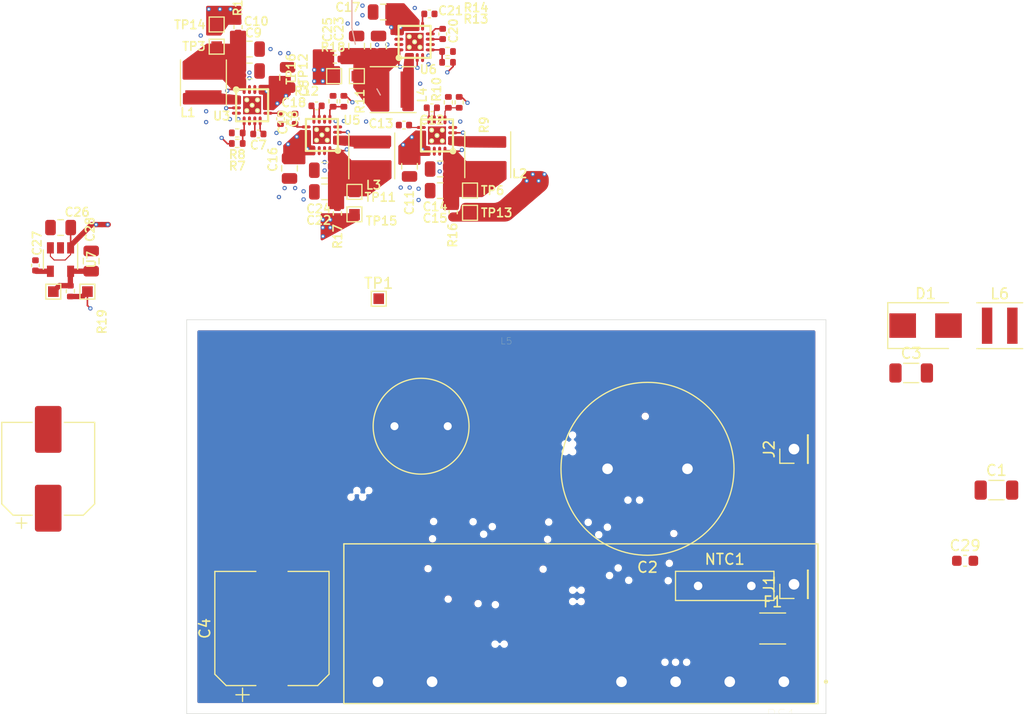
<source format=kicad_pcb>
(kicad_pcb (version 20171130) (host pcbnew 5.1.10-1.fc33)
  (layers (0 F.Cu signal) (1 In1.Cu signal) (2 In2.Cu signal) (31 B.Cu signal) (34 B.Paste user hide) (35 F.Paste user) (36 B.SilkS user hide) (37 F.SilkS user hide) (38 B.Mask user hide) (39 F.Mask user hide) (44 Edge.Cuts user))
  (net 0 "")
  (net 1 +1V35)
  (net 2 GND)
  (net 3 +2V5)
  (net 4 +1V1)
  (net 5 +3V0)
  (net 6 +3V3)
  (net 7 +5V)
  (net 8 "Net-(C7-Pad2)")
  (net 9 "Net-(C7-Pad1)")
  (net 10 "Net-(C8-Pad1)")
  (net 11 "Net-(C10-Pad1)")
  (net 12 "Net-(C12-Pad2)")
  (net 13 "Net-(C12-Pad1)")
  (net 14 "Net-(C13-Pad1)")
  (net 15 "Net-(C14-Pad1)")
  (net 16 "Net-(C18-Pad2)")
  (net 17 "Net-(C18-Pad1)")
  (net 18 "Net-(C19-Pad1)")
  (net 19 "Net-(C20-Pad2)")
  (net 20 "Net-(C20-Pad1)")
  (net 21 "Net-(C21-Pad1)")
  (net 22 "Net-(C22-Pad1)")
  (net 23 "Net-(C23-Pad1)")
  (net 24 "Net-(L1-Pad1)")
  (net 25 "Net-(L2-Pad1)")
  (net 26 "Net-(L3-Pad1)")
  (net 27 "Net-(L4-Pad1)")
  (net 28 "Net-(R7-Pad2)")
  (net 29 "Net-(R10-Pad1)")
  (net 30 "Net-(R11-Pad2)")
  (net 31 "Net-(R13-Pad2)")
  (net 32 "Net-(C27-Pad1)")
  (net 33 "Net-(C28-Pad1)")
  (net 34 /AC_N)
  (net 35 "Net-(C1-Pad1)")
  (net 36 "Net-(C2-Pad2)")
  (net 37 "Net-(C2-Pad1)")
  (net 38 /AC_L)
  (net 39 "Net-(F1-Pad1)")
  (net 40 "Net-(C4-Pad1)")
  (net 41 "Net-(L5-Pad2)")
  (module Bourns:RLB9012 (layer F.Cu) (at 122 143)
    (fp_text reference L5 (at 8 -8) (layer F.SilkS) (effects (font (size 0.64 0.64) (thickness 0.015))))
    (fp_text value 1.2mH)
    (pad 2 thru_hole circle (at 2.5 0) (size 1.5 1.5) (drill 0.75) (layers *.Cu *.Mask) (net 41 "Net-(L5-Pad2)"))
    (pad 1 thru_hole circle (at -2.5 0) (size 1.5 1.5) (drill 0.75) (layers *.Cu *.Mask) (net 35 "Net-(C1-Pad1)"))
  )
  (module Inductor_SMD:L_Coilcraft_XxL4020 (layer F.Cu) (at 176.31 133.56)
    (fp_text reference L6 (at 0 -3) (layer F.SilkS))
    (fp_text value 2.2uH)
    (pad 2 smd rect (at 1.185 0) (size 0.98 3.4) (layers F.Cu F.Paste F.Mask) (net 7 +5V))
    (pad 1 smd rect (at -1.185 0) (size 0.98 3.4) (layers F.Cu F.Paste F.Mask) (net 40 "Net-(C4-Pad1)"))
  )
  (module Diode_SMD:D_SMB (layer F.Cu) (at 169.35 133.55)
    (fp_text reference D1 (at 0 -3) (layer F.SilkS))
    (fp_text value SMBJ7.0A)
    (pad 2 smd rect (at 2.15 0) (size 2.5 2.3) (layers F.Cu F.Paste F.Mask) (net 2 GND))
    (pad 1 smd rect (at -2.15 0) (size 2.5 2.3) (layers F.Cu F.Paste F.Mask) (net 7 +5V))
  )
  (module Capacitor_SMD:C_1206_3216Metric (layer F.Cu) (at 168 138)
    (fp_text reference C3 (at 0 -1.85) (layer F.SilkS))
    (fp_text value 2.2nF)
    (pad 2 smd roundrect (at 1.475 0) (size 1.15 1.8) (layers F.Cu F.Paste F.Mask) (roundrect_rratio 0.217391) (net 36 "Net-(C2-Pad2)"))
    (pad 1 smd roundrect (at -1.475 0) (size 1.15 1.8) (layers F.Cu F.Paste F.Mask) (roundrect_rratio 0.217391) (net 2 GND))
  )
  (module Connector_PinHeader_2.54mm:PinHeader_1x01_P2.54mm_Vertical (layer F.Cu) (at 157 145.15 90)
    (fp_text reference J2 (at 0 -2.33 90) (layer F.SilkS))
    (fp_text value Conn_01x01_Female)
    (pad 1 thru_hole rect (at 0 0 90) (size 1.7 1.7) (drill 1) (layers *.Cu *.Mask) (net 34 /AC_N))
  )
  (module Connector_PinHeader_2.54mm:PinHeader_1x01_P2.54mm_Vertical (layer F.Cu) (at 157 157.85 90)
    (fp_text reference J1 (at 0 -2.33 90) (layer F.SilkS))
    (fp_text value Conn_01x01_Female)
    (pad 1 thru_hole rect (at 0 0 90) (size 1.7 1.7) (drill 1) (layers *.Cu *.Mask) (net 38 /AC_L))
  )
  (module Capacitor_SMD:CP_Elec_10x12.5 (layer F.Cu) (at 108 162 90)
    (fp_text reference C4 (at 0 -6.3 90) (layer F.SilkS))
    (fp_text value 470uF)
    (pad 2 smd roundrect (at 4.2 0 90) (size 4.4 2.5) (layers F.Cu F.Paste F.Mask) (roundrect_rratio 0.1) (net 2 GND))
    (pad 1 smd roundrect (at -4.2 0 90) (size 4.4 2.5) (layers F.Cu F.Paste F.Mask) (roundrect_rratio 0.1) (net 40 "Net-(C4-Pad1)"))
  )
  (module Capacitor_SMD:CP_Elec_8x10.5 (layer F.Cu) (at 87 147 90)
    (fp_text reference C5 (at 0 -5.3 90) (layer F.SilkS))
    (fp_text value 220uF)
    (pad 2 smd roundrect (at 3.7 0 90) (size 4.4 2.5) (layers F.Cu F.Paste F.Mask) (roundrect_rratio 0.1) (net 2 GND))
    (pad 1 smd roundrect (at -3.7 0 90) (size 4.4 2.5) (layers F.Cu F.Paste F.Mask) (roundrect_rratio 0.1) (net 7 +5V))
  )
  (module Capacitor_THT:C_Radial_D16.0mm_H25.0mm_P7.50mm (layer F.Cu) (at 147 147 180)
    (fp_text reference C2 (at 3.75 -9.25) (layer F.SilkS))
    (fp_text value 33uF)
    (pad 2 thru_hole circle (at 7.5 0 180) (size 2 2) (drill 1) (layers *.Cu *.Mask) (net 36 "Net-(C2-Pad2)"))
    (pad 1 thru_hole circle (at 0 0 180) (size 2 2) (drill 1) (layers *.Cu *.Mask) (net 37 "Net-(C2-Pad1)"))
  )
  (module Capacitor_THT:C_Disc_D9.0mm_W2.5mm_P5.00mm (layer F.Cu) (at 148 158)
    (fp_text reference NTC1 (at 2.5 -2.5) (layer F.SilkS))
    (fp_text value 10R)
    (pad 2 thru_hole circle (at 5 0) (size 1.6 1.6) (drill 0.8) (layers *.Cu *.Mask) (net 39 "Net-(F1-Pad1)"))
    (pad 1 thru_hole circle (at 0 0) (size 1.6 1.6) (drill 0.8) (layers *.Cu *.Mask) (net 35 "Net-(C1-Pad1)"))
  )
  (module Fuse:Fuse_Littelfuse-NANO2-451_453 (layer F.Cu) (at 155 162)
    (fp_text reference F1 (at 0 -2.5 unlocked) (layer F.SilkS))
    (fp_text value "1A/300V Slow")
    (pad 2 smd rect (at 2.455 0) (size 1.96 3.15) (layers F.Cu F.Paste F.Mask) (net 38 /AC_L))
    (pad 1 smd rect (at -2.455 0) (size 1.96 3.15) (layers F.Cu F.Paste F.Mask) (net 39 "Net-(F1-Pad1)"))
  )
  (module Capacitor_SMD:C_0603_1608Metric (layer F.Cu) (at 173.06 155.64)
    (fp_text reference C29 (at 0 -1.43) (layer F.SilkS))
    (fp_text value 0.1uF)
    (pad 2 smd roundrect (at 0.775 0) (size 0.9 0.95) (layers F.Cu F.Paste F.Mask) (net 2 GND))
    (pad 1 smd roundrect (at -0.775 0) (size 0.9 0.95) (layers F.Cu F.Paste F.Mask) (net 7 +5V))
  )
  (module Capacitor_SMD:C_1206_3216Metric (layer F.Cu) (at 176 149)
    (fp_text reference C1 (at 0 -1.85) (layer F.SilkS))
    (fp_text value 0.1uF)
    (pad 2 smd roundrect (at 1.475 0) (size 1.15 1.8) (layers F.Cu F.Paste F.Mask) (roundrect_rratio 0.217391) (net 34 /AC_N))
    (pad 1 smd roundrect (at -1.475 0) (size 1.15 1.8) (layers F.Cu F.Paste F.Mask) (roundrect_rratio 0.217391) (net 35 "Net-(C1-Pad1)"))
  )
  (module CUI:CONV_PBO-15C-5 (layer F.Cu) (at 137 167 180)
    (fp_text reference PS1 (at -18.825 -3.115) (layer F.SilkS) (effects (font (thickness 0.015))))
    (fp_text value PBO-15C-5)
    (pad 16 thru_hole circle (at 19.05 0 180) (size 1.508 1.508) (drill 1) (layers *.Cu *.Mask) (net 40 "Net-(C4-Pad1)"))
    (pad 14 thru_hole circle (at 13.97 0 180) (size 1.508 1.508) (drill 1) (layers *.Cu *.Mask) (net 2 GND))
    (pad 7 thru_hole circle (at -3.81 0 180) (size 1.508 1.508) (drill 1) (layers *.Cu *.Mask) (net 36 "Net-(C2-Pad2)"))
    (pad 5 thru_hole circle (at -8.89 0 180) (size 1.508 1.508) (drill 1) (layers *.Cu *.Mask) (net 37 "Net-(C2-Pad1)"))
    (pad 3 thru_hole circle (at -13.97 0 180) (size 1.508 1.508) (drill 1) (layers *.Cu *.Mask) (net 41 "Net-(L5-Pad2)"))
    (pad 1 thru_hole rect (at -19.05 0 180) (size 1.508 1.508) (drill 1) (layers *.Cu *.Mask) (net 34 /AC_N))
  )
  (module TestPoint:TestPoint_Pad_1.0x1.0mm (layer F.Cu) (at 118.025001 131.025001)
    (fp_text reference TP1 (at 0 -1.448) (layer F.SilkS))
    (fp_text value TestPoint)
    (pad 1 smd rect (at 0 0) (size 1 1) (layers F.Cu F.Mask) (net 7 +5V))
  )
  (module Capacitor_SMD:C_0805_2012Metric (layer F.Cu) (at 91.03504 127.48984 90)
    (fp_text reference C28 (at 2.9718 -0.1016 90) (layer F.SilkS) (effects (font (size 0.8 0.8))))
    (fp_text value 10uF)
    (pad 2 smd roundrect (at 0.95 0 90) (size 1 1.45) (layers F.Cu F.Paste F.Mask) (net 2 GND))
    (pad 1 smd roundrect (at -0.95 0 90) (size 1 1.45) (layers F.Cu F.Paste F.Mask) (net 33 "Net-(C28-Pad1)"))
  )
  (module Capacitor_SMD:C_0805_2012Metric (layer F.Cu) (at 88.16484 124.34024 180)
    (fp_text reference C26 (at -1.55448 1.4478) (layer F.SilkS) (effects (font (size 0.8 0.8))))
    (fp_text value 10uF)
    (pad 2 smd roundrect (at 0.95 0 180) (size 1 1.45) (layers F.Cu F.Paste F.Mask) (net 2 GND))
    (pad 1 smd roundrect (at -0.95 0 180) (size 1 1.45) (layers F.Cu F.Paste F.Mask) (net 6 +3V3))
  )
  (module Capacitor_SMD:C_0805_2012Metric (layer F.Cu) (at 115.94744 107.29744 90)
    (fp_text reference C25 (at 1.5494 -2.7305 90) (layer F.SilkS) (effects (font (size 0.8 0.8))))
    (fp_text value 22uF)
    (pad 2 smd roundrect (at 0.95 0 90) (size 1 1.45) (layers F.Cu F.Paste F.Mask) (net 2 GND))
    (pad 1 smd roundrect (at -0.95 0 90) (size 1 1.45) (layers F.Cu F.Paste F.Mask) (net 23 "Net-(C23-Pad1)"))
  )
  (module Capacitor_SMD:C_0805_2012Metric (layer F.Cu) (at 112.92484 118.95604 180)
    (fp_text reference C24 (at 0.5334 -3.6195) (layer F.SilkS) (effects (font (size 0.8 0.8))))
    (fp_text value 22uF)
    (pad 2 smd roundrect (at 0.95 0 180) (size 1 1.45) (layers F.Cu F.Paste F.Mask) (net 2 GND))
    (pad 1 smd roundrect (at -0.95 0 180) (size 1 1.45) (layers F.Cu F.Paste F.Mask) (net 22 "Net-(C22-Pad1)"))
  )
  (module Capacitor_SMD:C_0805_2012Metric (layer F.Cu) (at 118.00484 107.29744 90)
    (fp_text reference C23 (at 1.6129 -3.7084 90) (layer F.SilkS) (effects (font (size 0.8 0.8))))
    (fp_text value 22uF)
    (pad 2 smd roundrect (at 0.95 0 90) (size 1 1.45) (layers F.Cu F.Paste F.Mask) (net 2 GND))
    (pad 1 smd roundrect (at -0.95 0 90) (size 1 1.45) (layers F.Cu F.Paste F.Mask) (net 23 "Net-(C23-Pad1)"))
  )
  (module Capacitor_SMD:C_0805_2012Metric (layer F.Cu) (at 112.92992 120.98804 180)
    (fp_text reference C22 (at 0.53848 -2.667) (layer F.SilkS) (effects (font (size 0.8 0.8))))
    (fp_text value 22uF)
    (pad 2 smd roundrect (at 0.95 0 180) (size 1 1.45) (layers F.Cu F.Paste F.Mask) (net 2 GND))
    (pad 1 smd roundrect (at -0.95 0 180) (size 1 1.45) (layers F.Cu F.Paste F.Mask) (net 22 "Net-(C22-Pad1)"))
  )
  (module Capacitor_SMD:C_0805_2012Metric (layer F.Cu) (at 118.44684 104.09704 180)
    (fp_text reference C17 (at 3.3249 0.4445) (layer F.SilkS) (effects (font (size 0.8 0.8))))
    (fp_text value 22uF)
    (pad 2 smd roundrect (at 0.95 0 180) (size 1 1.45) (layers F.Cu F.Paste F.Mask) (net 2 GND))
    (pad 1 smd roundrect (at -0.95 0 180) (size 1 1.45) (layers F.Cu F.Paste F.Mask) (net 7 +5V))
  )
  (module Capacitor_SMD:C_0805_2012Metric (layer F.Cu) (at 109.64824 118.77824 270)
    (fp_text reference C16 (at -0.8382 1.5748 90) (layer F.SilkS) (effects (font (size 0.8 0.8))))
    (fp_text value 22uF)
    (pad 2 smd roundrect (at 0.95 0 270) (size 1 1.45) (layers F.Cu F.Paste F.Mask) (net 2 GND))
    (pad 1 smd roundrect (at -0.95 0 270) (size 1 1.45) (layers F.Cu F.Paste F.Mask) (net 7 +5V))
  )
  (module Capacitor_SMD:C_0805_2012Metric (layer F.Cu) (at 123.79604 120.87374 180)
    (fp_text reference C15 (at 0.4826 -2.5908) (layer F.SilkS) (effects (font (size 0.8 0.8))))
    (fp_text value 22uF)
    (pad 2 smd roundrect (at 0.95 0 180) (size 1 1.45) (layers F.Cu F.Paste F.Mask) (net 2 GND))
    (pad 1 smd roundrect (at -0.95 0 180) (size 1 1.45) (layers F.Cu F.Paste F.Mask) (net 15 "Net-(C14-Pad1)"))
  )
  (module Capacitor_SMD:C_0805_2012Metric (layer F.Cu) (at 123.79604 118.84174 180)
    (fp_text reference C14 (at 0.4826 -3.5433) (layer F.SilkS) (effects (font (size 0.8 0.8))))
    (fp_text value 22uF)
    (pad 2 smd roundrect (at 0.95 0 180) (size 1 1.45) (layers F.Cu F.Paste F.Mask) (net 2 GND))
    (pad 1 smd roundrect (at -0.95 0 180) (size 1 1.45) (layers F.Cu F.Paste F.Mask) (net 15 "Net-(C14-Pad1)"))
  )
  (module Capacitor_SMD:C_0805_2012Metric (layer F.Cu) (at 120.91314 118.58774 270)
    (fp_text reference C11 (at 3.4163 0.0127 90) (layer F.SilkS) (effects (font (size 0.8 0.8))))
    (fp_text value 22uF)
    (pad 2 smd roundrect (at 0.95 0 270) (size 1 1.45) (layers F.Cu F.Paste F.Mask) (net 2 GND))
    (pad 1 smd roundrect (at -0.95 0 270) (size 1 1.45) (layers F.Cu F.Paste F.Mask) (net 7 +5V))
  )
  (module Capacitor_SMD:C_0805_2012Metric (layer F.Cu) (at 105.8865 107.57684)
    (fp_text reference C10 (at 0.635 -2.6035) (layer F.SilkS) (effects (font (size 0.8 0.8))))
    (fp_text value 22uF)
    (pad 2 smd roundrect (at 0.95 0) (size 1 1.45) (layers F.Cu F.Paste F.Mask) (net 2 GND))
    (pad 1 smd roundrect (at -0.95 0) (size 1 1.45) (layers F.Cu F.Paste F.Mask) (net 11 "Net-(C10-Pad1)"))
  )
  (module Capacitor_SMD:C_0805_2012Metric (layer F.Cu) (at 105.8865 109.63424)
    (fp_text reference C9 (at 0.381 -3.5814) (layer F.SilkS) (effects (font (size 0.8 0.8))))
    (fp_text value 22uF)
    (pad 2 smd roundrect (at 0.95 0) (size 1 1.45) (layers F.Cu F.Paste F.Mask) (net 2 GND))
    (pad 1 smd roundrect (at -0.95 0) (size 1 1.45) (layers F.Cu F.Paste F.Mask) (net 11 "Net-(C10-Pad1)"))
  )
  (module Capacitor_SMD:C_0805_2012Metric (layer F.Cu) (at 109.4679 110.24384 90)
    (fp_text reference C6 (at -1.016 1.5621 90) (layer F.SilkS) (effects (font (size 0.8 0.8))))
    (fp_text value 22uF)
    (pad 2 smd roundrect (at 0.95 0 90) (size 1 1.45) (layers F.Cu F.Paste F.Mask) (net 2 GND))
    (pad 1 smd roundrect (at -0.95 0 90) (size 1 1.45) (layers F.Cu F.Paste F.Mask) (net 7 +5V))
  )
  (module Capacitor_SMD:C_0402_1005Metric (layer F.Cu) (at 85.80264 127.89624 90)
    (fp_text reference C27 (at 2.07772 0.15748 90) (layer F.SilkS) (effects (font (size 0.8 0.8))))
    (fp_text value 0.1uF)
    (pad 2 smd roundrect (at 0.48 0 90) (size 0.56 0.62) (layers F.Cu F.Paste F.Mask) (net 2 GND))
    (pad 1 smd roundrect (at -0.48 0 90) (size 0.56 0.62) (layers F.Cu F.Paste F.Mask) (net 32 "Net-(C27-Pad1)"))
  )
  (module Capacitor_SMD:C_0402_1005Metric (layer F.Cu) (at 122.77744 104.27484)
    (fp_text reference C21 (at 1.9965 -0.3048) (layer F.SilkS) (effects (font (size 0.8 0.8))))
    (fp_text value 5nF)
    (pad 2 smd roundrect (at 0.48 0) (size 0.56 0.62) (layers F.Cu F.Paste F.Mask) (net 2 GND))
    (pad 1 smd roundrect (at -0.48 0) (size 0.56 0.62) (layers F.Cu F.Paste F.Mask) (net 21 "Net-(C21-Pad1)"))
  )
  (module Capacitor_SMD:C_0402_1005Metric (layer F.Cu) (at 124.02464 106.15444 90)
    (fp_text reference C20 (at 0.28448 1.00584 90) (layer F.SilkS) (effects (font (size 0.8 0.8))))
    (fp_text value 10nF)
    (pad 2 smd roundrect (at 0.48 0 90) (size 0.56 0.62) (layers F.Cu F.Paste F.Mask) (net 19 "Net-(C20-Pad2)"))
    (pad 1 smd roundrect (at -0.48 0 90) (size 0.56 0.62) (layers F.Cu F.Paste F.Mask) (net 20 "Net-(C20-Pad1)"))
  )
  (module Capacitor_SMD:C_0402_1005Metric (layer F.Cu) (at 110.16894 114.13004 90)
    (fp_text reference C19 (at -0.3175 -1.143 90) (layer F.SilkS) (effects (font (size 0.8 0.8))))
    (fp_text value 5nF)
    (pad 2 smd roundrect (at 0.48 0 90) (size 0.56 0.62) (layers F.Cu F.Paste F.Mask) (net 2 GND))
    (pad 1 smd roundrect (at -0.48 0 90) (size 0.56 0.62) (layers F.Cu F.Paste F.Mask) (net 18 "Net-(C19-Pad1)"))
  )
  (module Capacitor_SMD:C_0402_1005Metric (layer F.Cu) (at 112.18824 112.91084 180)
    (fp_text reference C18 (at 2.1463 0.3048) (layer F.SilkS) (effects (font (size 0.8 0.8))))
    (fp_text value 10nF)
    (pad 2 smd roundrect (at 0.48 0 180) (size 0.56 0.62) (layers F.Cu F.Paste F.Mask) (net 16 "Net-(C18-Pad2)"))
    (pad 1 smd roundrect (at -0.48 0 180) (size 0.56 0.62) (layers F.Cu F.Paste F.Mask) (net 17 "Net-(C18-Pad1)"))
  )
  (module Capacitor_SMD:C_0402_1005Metric (layer F.Cu) (at 120.39244 114.71424 180)
    (fp_text reference C13 (at 2.159 0.1397) (layer F.SilkS) (effects (font (size 0.8 0.8))))
    (fp_text value 450pF)
    (pad 2 smd roundrect (at 0.48 0 180) (size 0.56 0.62) (layers F.Cu F.Paste F.Mask) (net 2 GND))
    (pad 1 smd roundrect (at -0.48 0 180) (size 0.56 0.62) (layers F.Cu F.Paste F.Mask) (net 14 "Net-(C13-Pad1)"))
  )
  (module Capacitor_SMD:C_0402_1005Metric (layer F.Cu) (at 123.00864 113.08864 180)
    (fp_text reference C12 (at 0 -1.16) (layer F.SilkS) (effects (font (size 0.8 0.8))))
    (fp_text value 10nF)
    (pad 2 smd roundrect (at 0.48 0 180) (size 0.56 0.62) (layers F.Cu F.Paste F.Mask) (net 12 "Net-(C12-Pad2)"))
    (pad 1 smd roundrect (at -0.48 0 180) (size 0.56 0.62) (layers F.Cu F.Paste F.Mask) (net 13 "Net-(C12-Pad1)"))
  )
  (module Capacitor_SMD:C_0402_1005Metric (layer F.Cu) (at 108.8075 114.13004 270)
    (fp_text reference C8 (at 0 -1.16 90) (layer F.SilkS) (effects (font (size 0.8 0.8))))
    (fp_text value 450pF)
    (pad 2 smd roundrect (at 0.48 0 270) (size 0.56 0.62) (layers F.Cu F.Paste F.Mask) (net 2 GND))
    (pad 1 smd roundrect (at -0.48 0 270) (size 0.56 0.62) (layers F.Cu F.Paste F.Mask) (net 10 "Net-(C8-Pad1)"))
  )
  (module Capacitor_SMD:C_0402_1005Metric (layer F.Cu) (at 106.7247 115.55244)
    (fp_text reference C7 (at 0 1.0414) (layer F.SilkS) (effects (font (size 0.8 0.8))))
    (fp_text value 10nF)
    (pad 2 smd roundrect (at 0.48 0) (size 0.56 0.62) (layers F.Cu F.Paste F.Mask) (net 8 "Net-(C7-Pad2)"))
    (pad 1 smd roundrect (at -0.48 0) (size 0.56 0.62) (layers F.Cu F.Paste F.Mask) (net 9 "Net-(C7-Pad1)"))
  )
  (module TestPoint:TestPoint_Pad_1.0x1.0mm (layer F.Cu) (at 90.67944 130.36004 270)
    (fp_text reference TP18 hide)
    (fp_text value TestPoint)
    (pad 1 smd rect (at 0 0 270) (size 1 1) (layers F.Cu F.Mask) (net 3 +2V5))
  )
  (module TestPoint:TestPoint_Pad_1.0x1.0mm (layer F.Cu) (at 87.47904 130.36004 270)
    (fp_text reference TP17 hide)
    (fp_text value TestPoint)
    (pad 1 smd rect (at 0 0 270) (size 1 1) (layers F.Cu F.Mask) (net 33 "Net-(C28-Pad1)"))
  )
  (module Resistor_SMD:R_0402_1005Metric (layer F.Cu) (at 89.07924 130.30924 90)
    (fp_text reference R19 (at -2.87528 2.9718 90) (layer F.SilkS) (effects (font (size 0.8 0.8))))
    (fp_text value 0R)
    (pad 2 smd roundrect (at 0.51 0 90) (size 0.54 0.64) (layers F.Cu F.Paste F.Mask) (net 33 "Net-(C28-Pad1)"))
    (pad 1 smd roundrect (at -0.51 0 90) (size 0.54 0.64) (layers F.Cu F.Paste F.Mask) (net 3 +2V5))
  )
  (module Package_TO_SOT_SMD:SOT-23-5 (layer F.Cu) (at 88.15468 127.3476 270)
    (fp_text reference U7 (at 0 -2.9 90) (layer F.SilkS) (effects (font (size 0.8 0.8))))
    (fp_text value AP131-25)
    (pad 5 smd rect (at 1.1 -0.95 270) (size 1.06 0.65) (layers F.Cu F.Paste F.Mask) (net 33 "Net-(C28-Pad1)"))
    (pad 4 smd rect (at 1.1 0.95 270) (size 1.06 0.65) (layers F.Cu F.Paste F.Mask) (net 32 "Net-(C27-Pad1)"))
    (pad 3 smd rect (at -1.1 0.95 270) (size 1.06 0.65) (layers F.Cu F.Paste F.Mask) (net 6 +3V3))
    (pad 2 smd rect (at -1.1 0 270) (size 1.06 0.65) (layers F.Cu F.Paste F.Mask) (net 2 GND))
    (pad 1 smd rect (at -1.1 -0.95 270) (size 1.06 0.65) (layers F.Cu F.Paste F.Mask) (net 6 +3V3))
  )
  (module TI:TI_RTE_S-PWQFN-N16 (layer F.Cu) (at 121.38812 106.9012 90)
    (fp_text reference U6 (at -2.59334 1.29032 180) (layer F.SilkS) (effects (font (size 0.8 0.8))))
    (fp_text value TPS62095RGTR hide)
    (pad 17 thru_hole circle (at 0.5 0.5 90) (size 0.45 0.45) (drill 0.2032) (layers *.Cu *.Mask F.SilkS) (net 2 GND))
    (pad 17 thru_hole circle (at -0.5 0.5 90) (size 0.45 0.45) (drill 0.2032) (layers *.Cu *.Mask F.SilkS) (net 2 GND))
    (pad 17 thru_hole circle (at 0 0 90) (size 0.45 0.45) (drill 0.2032) (layers *.Cu *.Mask F.SilkS) (net 2 GND))
    (pad 17 thru_hole circle (at 0.5 -0.5 90) (size 0.45 0.45) (drill 0.2032) (layers *.Cu *.Mask F.SilkS) (net 2 GND))
    (pad 17 thru_hole circle (at -0.5 -0.5 90) (size 0.45 0.45) (drill 0.2032) (layers *.Cu *.Mask F.SilkS) (net 2 GND))
    (pad 17 smd rect (at 0 0 90) (size 1.7 1.7) (layers F.Cu F.Paste F.Mask) (net 2 GND))
    (pad 16 smd oval (at -0.75 -1.47574) (size 0.85 0.28) (layers F.Cu F.Paste F.Mask) (net 23 "Net-(C23-Pad1)"))
    (pad 15 smd oval (at -0.25 -1.47574) (size 0.85 0.28) (layers F.Cu F.Paste F.Mask) (net 2 GND))
    (pad 14 smd oval (at 0.25 -1.47574) (size 0.85 0.28) (layers F.Cu F.Paste F.Mask) (net 2 GND))
    (pad 13 smd oval (at 0.75 -1.47574) (size 0.85 0.28) (layers F.Cu F.Paste F.Mask) (net 7 +5V))
    (pad 12 smd oval (at 1.47574 -0.75 270) (size 0.85 0.28) (layers F.Cu F.Paste F.Mask) (net 7 +5V))
    (pad 11 smd oval (at 1.47574 -0.25 270) (size 0.85 0.28) (layers F.Cu F.Paste F.Mask) (net 7 +5V))
    (pad 10 smd oval (at 1.47574 0.25 270) (size 0.85 0.28) (layers F.Cu F.Paste F.Mask) (net 7 +5V))
    (pad 9 smd oval (at 1.47574 0.75 270) (size 0.85 0.28) (layers F.Cu F.Paste F.Mask) (net 21 "Net-(C21-Pad1)"))
    (pad 8 smd oval (at 0.75 1.47574 180) (size 0.85 0.28) (layers F.Cu F.Paste F.Mask) (net 19 "Net-(C20-Pad2)"))
    (pad 7 smd oval (at 0.25 1.47574 180) (size 0.85 0.28) (layers F.Cu F.Paste F.Mask) (net 20 "Net-(C20-Pad1)"))
    (pad 6 smd oval (at -0.25 1.47574 180) (size 0.85 0.28) (layers F.Cu F.Paste F.Mask) (net 2 GND))
    (pad 5 smd oval (at -0.75 1.47574 180) (size 0.85 0.28) (layers F.Cu F.Paste F.Mask) (net 31 "Net-(R13-Pad2)"))
    (pad 4 smd oval (at -1.47574 0.75 90) (size 0.85 0.28) (layers F.Cu F.Paste F.Mask))
    (pad 3 smd oval (at -1.47574 0.25 90) (size 0.85 0.28) (layers F.Cu F.Paste F.Mask) (net 7 +5V))
    (pad 2 smd oval (at -1.47574 -0.25 90) (size 0.85 0.28) (layers F.Cu F.Paste F.Mask) (net 27 "Net-(L4-Pad1)"))
    (pad 1 smd oval (at -1.47574 -0.75 90) (size 0.85 0.28) (layers F.Cu F.Paste F.Mask) (net 27 "Net-(L4-Pad1)"))
  )
  (module TI:TI_RTE_S-PWQFN-N16 (layer F.Cu) (at 112.68862 115.63988 180)
    (fp_text reference U5 (at -2.81432 1.38284) (layer F.SilkS) (effects (font (size 0.8 0.8))))
    (fp_text value TPS62095RGTR hide)
    (pad 17 thru_hole circle (at 0.5 0.5 180) (size 0.45 0.45) (drill 0.2032) (layers *.Cu *.Mask F.SilkS) (net 2 GND))
    (pad 17 thru_hole circle (at -0.5 0.5 180) (size 0.45 0.45) (drill 0.2032) (layers *.Cu *.Mask F.SilkS) (net 2 GND))
    (pad 17 thru_hole circle (at 0 0 180) (size 0.45 0.45) (drill 0.2032) (layers *.Cu *.Mask F.SilkS) (net 2 GND))
    (pad 17 thru_hole circle (at 0.5 -0.5 180) (size 0.45 0.45) (drill 0.2032) (layers *.Cu *.Mask F.SilkS) (net 2 GND))
    (pad 17 thru_hole circle (at -0.5 -0.5 180) (size 0.45 0.45) (drill 0.2032) (layers *.Cu *.Mask F.SilkS) (net 2 GND))
    (pad 17 smd rect (at 0 0 180) (size 1.7 1.7) (layers F.Cu F.Paste F.Mask) (net 2 GND))
    (pad 16 smd oval (at -0.75 -1.47574 90) (size 0.85 0.28) (layers F.Cu F.Paste F.Mask) (net 22 "Net-(C22-Pad1)"))
    (pad 15 smd oval (at -0.25 -1.47574 90) (size 0.85 0.28) (layers F.Cu F.Paste F.Mask) (net 2 GND))
    (pad 14 smd oval (at 0.25 -1.47574 90) (size 0.85 0.28) (layers F.Cu F.Paste F.Mask) (net 2 GND))
    (pad 13 smd oval (at 0.75 -1.47574 90) (size 0.85 0.28) (layers F.Cu F.Paste F.Mask) (net 7 +5V))
    (pad 12 smd oval (at 1.47574 -0.75) (size 0.85 0.28) (layers F.Cu F.Paste F.Mask) (net 7 +5V))
    (pad 11 smd oval (at 1.47574 -0.25) (size 0.85 0.28) (layers F.Cu F.Paste F.Mask) (net 7 +5V))
    (pad 10 smd oval (at 1.47574 0.25) (size 0.85 0.28) (layers F.Cu F.Paste F.Mask) (net 7 +5V))
    (pad 9 smd oval (at 1.47574 0.75) (size 0.85 0.28) (layers F.Cu F.Paste F.Mask) (net 18 "Net-(C19-Pad1)"))
    (pad 8 smd oval (at 0.75 1.47574 270) (size 0.85 0.28) (layers F.Cu F.Paste F.Mask) (net 16 "Net-(C18-Pad2)"))
    (pad 7 smd oval (at 0.25 1.47574 270) (size 0.85 0.28) (layers F.Cu F.Paste F.Mask) (net 17 "Net-(C18-Pad1)"))
    (pad 6 smd oval (at -0.25 1.47574 270) (size 0.85 0.28) (layers F.Cu F.Paste F.Mask) (net 2 GND))
    (pad 5 smd oval (at -0.75 1.47574 270) (size 0.85 0.28) (layers F.Cu F.Paste F.Mask) (net 30 "Net-(R11-Pad2)"))
    (pad 4 smd oval (at -1.47574 0.75 180) (size 0.85 0.28) (layers F.Cu F.Paste F.Mask))
    (pad 3 smd oval (at -1.47574 0.25 180) (size 0.85 0.28) (layers F.Cu F.Paste F.Mask) (net 7 +5V))
    (pad 2 smd oval (at -1.47574 -0.25 180) (size 0.85 0.28) (layers F.Cu F.Paste F.Mask) (net 26 "Net-(L3-Pad1)"))
    (pad 1 smd oval (at -1.47574 -0.75 180) (size 0.85 0.28) (layers F.Cu F.Paste F.Mask) (net 26 "Net-(L3-Pad1)"))
  )
  (module TI:TI_RTE_S-PWQFN-N16 (layer F.Cu) (at 123.49124 115.69214 180)
    (fp_text reference U4 hide)
    (fp_text value TPS62095RGTR hide)
    (pad 17 thru_hole circle (at 0.5 0.5 180) (size 0.45 0.45) (drill 0.2032) (layers *.Cu *.Mask F.SilkS) (net 2 GND))
    (pad 17 thru_hole circle (at -0.5 0.5 180) (size 0.45 0.45) (drill 0.2032) (layers *.Cu *.Mask F.SilkS) (net 2 GND))
    (pad 17 thru_hole circle (at 0 0 180) (size 0.45 0.45) (drill 0.2032) (layers *.Cu *.Mask F.SilkS) (net 2 GND))
    (pad 17 thru_hole circle (at 0.5 -0.5 180) (size 0.45 0.45) (drill 0.2032) (layers *.Cu *.Mask F.SilkS) (net 2 GND))
    (pad 17 thru_hole circle (at -0.5 -0.5 180) (size 0.45 0.45) (drill 0.2032) (layers *.Cu *.Mask F.SilkS) (net 2 GND))
    (pad 17 smd rect (at 0 0 180) (size 1.7 1.7) (layers F.Cu F.Paste F.Mask) (net 2 GND))
    (pad 16 smd oval (at -0.75 -1.47574 90) (size 0.85 0.28) (layers F.Cu F.Paste F.Mask) (net 15 "Net-(C14-Pad1)"))
    (pad 15 smd oval (at -0.25 -1.47574 90) (size 0.85 0.28) (layers F.Cu F.Paste F.Mask) (net 2 GND))
    (pad 14 smd oval (at 0.25 -1.47574 90) (size 0.85 0.28) (layers F.Cu F.Paste F.Mask) (net 2 GND))
    (pad 13 smd oval (at 0.75 -1.47574 90) (size 0.85 0.28) (layers F.Cu F.Paste F.Mask) (net 7 +5V))
    (pad 12 smd oval (at 1.47574 -0.75) (size 0.85 0.28) (layers F.Cu F.Paste F.Mask) (net 7 +5V))
    (pad 11 smd oval (at 1.47574 -0.25) (size 0.85 0.28) (layers F.Cu F.Paste F.Mask) (net 7 +5V))
    (pad 10 smd oval (at 1.47574 0.25) (size 0.85 0.28) (layers F.Cu F.Paste F.Mask) (net 7 +5V))
    (pad 9 smd oval (at 1.47574 0.75) (size 0.85 0.28) (layers F.Cu F.Paste F.Mask) (net 14 "Net-(C13-Pad1)"))
    (pad 8 smd oval (at 0.75 1.47574 270) (size 0.85 0.28) (layers F.Cu F.Paste F.Mask) (net 12 "Net-(C12-Pad2)"))
    (pad 7 smd oval (at 0.25 1.47574 270) (size 0.85 0.28) (layers F.Cu F.Paste F.Mask) (net 13 "Net-(C12-Pad1)"))
    (pad 6 smd oval (at -0.25 1.47574 270) (size 0.85 0.28) (layers F.Cu F.Paste F.Mask) (net 2 GND))
    (pad 5 smd oval (at -0.75 1.47574 270) (size 0.85 0.28) (layers F.Cu F.Paste F.Mask) (net 29 "Net-(R10-Pad1)"))
    (pad 4 smd oval (at -1.47574 0.75 180) (size 0.85 0.28) (layers F.Cu F.Paste F.Mask))
    (pad 3 smd oval (at -1.47574 0.25 180) (size 0.85 0.28) (layers F.Cu F.Paste F.Mask) (net 7 +5V))
    (pad 2 smd oval (at -1.47574 -0.25 180) (size 0.85 0.28) (layers F.Cu F.Paste F.Mask) (net 25 "Net-(L2-Pad1)"))
    (pad 1 smd oval (at -1.47574 -0.75 180) (size 0.85 0.28) (layers F.Cu F.Paste F.Mask) (net 25 "Net-(L2-Pad1)"))
  )
  (module TestPoint:TestPoint_Pad_1.0x1.0mm (layer F.Cu) (at 113.83924 110.11684 90)
    (fp_text reference TP16 (at 0.66548 -4.05638 90) (layer F.SilkS) (effects (font (size 0.8 0.8))))
    (fp_text value TestPoint)
    (pad 1 smd rect (at 0 0 90) (size 1 1) (layers F.Cu F.Mask) (net 4 +1V1))
  )
  (module TestPoint:TestPoint_Pad_1.0x1.0mm (layer F.Cu) (at 115.74424 123.09624 180)
    (fp_text reference TP15 (at -2.5527 -0.6223) (layer F.SilkS) (effects (font (size 0.8 0.8))))
    (fp_text value TestPoint)
    (pad 1 smd rect (at 0 0 180) (size 1 1) (layers F.Cu F.Mask) (net 1 +1V35))
  )
  (module TestPoint:TestPoint_Pad_1.0x1.0mm (layer F.Cu) (at 102.8131 105.26544)
    (fp_text reference TP14 (at -2.5146 0.0254) (layer F.SilkS) (effects (font (size 0.8 0.8))))
    (fp_text value TestPoint)
    (pad 1 smd rect (at 0 0) (size 1 1) (layers F.Cu F.Mask) (net 6 +3V3))
  )
  (module TestPoint:TestPoint_Pad_1.0x1.0mm (layer F.Cu) (at 126.59004 122.95654 270)
    (fp_text reference TP13 (at 0 -2.5019 180) (layer F.SilkS) (effects (font (size 0.8 0.8))))
    (fp_text value TestPoint)
    (pad 1 smd rect (at 0 0 270) (size 1 1) (layers F.Cu F.Mask) (net 5 +3V0))
  )
  (module TestPoint:TestPoint_Pad_1.0x1.0mm (layer F.Cu) (at 115.97284 110.11684 90)
    (fp_text reference TP12 (at 0.66548 -5.04698 90) (layer F.SilkS) (effects (font (size 0.8 0.8))))
    (fp_text value TestPoint)
    (pad 1 smd rect (at 0 0 90) (size 1 1) (layers F.Cu F.Mask) (net 23 "Net-(C23-Pad1)"))
  )
  (module TestPoint:TestPoint_Pad_1.0x1.0mm (layer F.Cu) (at 115.74424 120.98804 180)
    (fp_text reference TP11 (at -2.4257 -0.508) (layer F.SilkS) (effects (font (size 0.8 0.8))))
    (fp_text value TestPoint)
    (pad 1 smd rect (at 0 0 180) (size 1 1) (layers F.Cu F.Mask) (net 22 "Net-(C22-Pad1)"))
  )
  (module TestPoint:TestPoint_Pad_1.0x1.0mm (layer F.Cu) (at 126.59004 120.86104 180)
    (fp_text reference TP6 (at -2.1209 0) (layer F.SilkS) (effects (font (size 0.8 0.8))))
    (fp_text value TestPoint)
    (pad 1 smd rect (at 0 0 180) (size 1 1) (layers F.Cu F.Mask) (net 15 "Net-(C14-Pad1)"))
  )
  (module TestPoint:TestPoint_Pad_1.0x1.0mm (layer F.Cu) (at 102.8131 107.34824)
    (fp_text reference TP3 (at -2.1336 -0.0254) (layer F.SilkS) (effects (font (size 0.8 0.8))))
    (fp_text value TestPoint)
    (pad 1 smd rect (at 0 0) (size 1 1) (layers F.Cu F.Mask) (net 11 "Net-(C10-Pad1)"))
  )
  (module Resistor_SMD:R_0402_1005Metric (layer F.Cu) (at 113.91544 108.51664)
    (fp_text reference R18 (at -0.1905 -1.1176) (layer F.SilkS) (effects (font (size 0.8 0.8))))
    (fp_text value 0R)
    (pad 2 smd roundrect (at 0.51 0) (size 0.54 0.64) (layers F.Cu F.Paste F.Mask) (net 23 "Net-(C23-Pad1)"))
    (pad 1 smd roundrect (at -0.51 0) (size 0.54 0.64) (layers F.Cu F.Paste F.Mask) (net 4 +1V1))
  )
  (module Resistor_SMD:R_0402_1005Metric (layer F.Cu) (at 114.14404 123.02004 90)
    (fp_text reference R17 (at -2.159 0.0254 90) (layer F.SilkS) (effects (font (size 0.8 0.8))))
    (fp_text value 0R)
    (pad 2 smd roundrect (at 0.51 0 90) (size 0.54 0.64) (layers F.Cu F.Paste F.Mask) (net 22 "Net-(C22-Pad1)"))
    (pad 1 smd roundrect (at -0.51 0 90) (size 0.54 0.64) (layers F.Cu F.Paste F.Mask) (net 1 +1V35))
  )
  (module Resistor_SMD:R_0402_1005Metric (layer F.Cu) (at 125.01524 122.89304 90)
    (fp_text reference R16 (at -2.159 -0.0508 90) (layer F.SilkS) (effects (font (size 0.8 0.8))))
    (fp_text value 0R)
    (pad 2 smd roundrect (at 0.51 0 90) (size 0.54 0.64) (layers F.Cu F.Paste F.Mask) (net 15 "Net-(C14-Pad1)"))
    (pad 1 smd roundrect (at -0.51 0 90) (size 0.54 0.64) (layers F.Cu F.Paste F.Mask) (net 5 +3V0))
  )
  (module Resistor_SMD:R_0402_1005Metric (layer F.Cu) (at 104.8197 105.51944 270)
    (fp_text reference R15 (at -2.1971 0.0127 90) (layer F.SilkS) (effects (font (size 0.8 0.8))))
    (fp_text value 0R)
    (pad 2 smd roundrect (at 0.51 0 270) (size 0.54 0.64) (layers F.Cu F.Paste F.Mask) (net 11 "Net-(C10-Pad1)"))
    (pad 1 smd roundrect (at -0.51 0 270) (size 0.54 0.64) (layers F.Cu F.Paste F.Mask) (net 6 +3V3))
  )
  (module Resistor_SMD:R_0402_1005Metric (layer F.Cu) (at 124.48184 107.80544)
    (fp_text reference R14 (at 2.67208 -4.1148) (layer F.SilkS) (effects (font (size 0.8 0.8))))
    (fp_text value 220k)
    (pad 2 smd roundrect (at 0.51 0) (size 0.54 0.64) (layers F.Cu F.Paste F.Mask) (net 2 GND))
    (pad 1 smd roundrect (at -0.51 0) (size 0.54 0.64) (layers F.Cu F.Paste F.Mask) (net 31 "Net-(R13-Pad2)"))
  )
  (module Resistor_SMD:R_0402_1005Metric (layer F.Cu) (at 124.48184 108.82144 180)
    (fp_text reference R13 (at -2.66192 4.064) (layer F.SilkS) (effects (font (size 0.8 0.8))))
    (fp_text value 82k)
    (pad 2 smd roundrect (at 0.51 0 180) (size 0.54 0.64) (layers F.Cu F.Paste F.Mask) (net 31 "Net-(R13-Pad2)"))
    (pad 1 smd roundrect (at -0.51 0 180) (size 0.54 0.64) (layers F.Cu F.Paste F.Mask) (net 23 "Net-(C23-Pad1)"))
  )
  (module Resistor_SMD:R_0402_1005Metric (layer F.Cu) (at 113.73764 112.47904 90)
    (fp_text reference R12 (at 0.9525 -2.4892 180) (layer F.SilkS) (effects (font (size 0.8 0.8))))
    (fp_text value 160k)
    (pad 2 smd roundrect (at 0.51 0 90) (size 0.54 0.64) (layers F.Cu F.Paste F.Mask) (net 2 GND))
    (pad 1 smd roundrect (at -0.51 0 90) (size 0.54 0.64) (layers F.Cu F.Paste F.Mask) (net 30 "Net-(R11-Pad2)"))
  )
  (module Resistor_SMD:R_0402_1005Metric (layer F.Cu) (at 114.75364 112.47904 270)
    (fp_text reference R11 (at 0 -1.5113 90) (layer F.SilkS) (effects (font (size 0.8 0.8))))
    (fp_text value 110k)
    (pad 2 smd roundrect (at 0.51 0 270) (size 0.54 0.64) (layers F.Cu F.Paste F.Mask) (net 30 "Net-(R11-Pad2)"))
    (pad 1 smd roundrect (at -0.51 0 270) (size 0.54 0.64) (layers F.Cu F.Paste F.Mask) (net 22 "Net-(C22-Pad1)"))
  )
  (module Resistor_SMD:R_0402_1005Metric (layer F.Cu) (at 124.55804 112.58064 90)
    (fp_text reference R10 (at 1.21412 -1.10744 90) (layer F.SilkS) (effects (font (size 0.8 0.8))))
    (fp_text value 120k)
    (pad 2 smd roundrect (at 0.51 0 90) (size 0.54 0.64) (layers F.Cu F.Paste F.Mask) (net 2 GND))
    (pad 1 smd roundrect (at -0.51 0 90) (size 0.54 0.64) (layers F.Cu F.Paste F.Mask) (net 29 "Net-(R10-Pad1)"))
  )
  (module Resistor_SMD:R_0402_1005Metric (layer F.Cu) (at 125.57404 112.58064 270)
    (fp_text reference R9 (at 2.12344 -2.34696 90) (layer F.SilkS) (effects (font (size 0.8 0.8))))
    (fp_text value 330k)
    (pad 2 smd roundrect (at 0.51 0 270) (size 0.54 0.64) (layers F.Cu F.Paste F.Mask) (net 29 "Net-(R10-Pad1)"))
    (pad 1 smd roundrect (at -0.51 0 270) (size 0.54 0.64) (layers F.Cu F.Paste F.Mask) (net 15 "Net-(C14-Pad1)"))
  )
  (module Resistor_SMD:R_0402_1005Metric (layer F.Cu) (at 104.7435 115.45084 180)
    (fp_text reference R8 (at 0 -2.032) (layer F.SilkS) (effects (font (size 0.8 0.8))))
    (fp_text value 150k)
    (pad 2 smd roundrect (at 0.51 0 180) (size 0.54 0.64) (layers F.Cu F.Paste F.Mask) (net 2 GND))
    (pad 1 smd roundrect (at -0.51 0 180) (size 0.54 0.64) (layers F.Cu F.Paste F.Mask) (net 28 "Net-(R7-Pad2)"))
  )
  (module Resistor_SMD:R_0402_1005Metric (layer F.Cu) (at 104.7435 116.44144)
    (fp_text reference R7 (at 0 2.1209) (layer F.SilkS) (effects (font (size 0.8 0.8))))
    (fp_text value 470k)
    (pad 2 smd roundrect (at 0.51 0) (size 0.54 0.64) (layers F.Cu F.Paste F.Mask) (net 28 "Net-(R7-Pad2)"))
    (pad 1 smd roundrect (at -0.51 0) (size 0.54 0.64) (layers F.Cu F.Paste F.Mask) (net 11 "Net-(C10-Pad1)"))
  )
  (module Inductor_SMD:L_Coilcraft_XxL4020 (layer F.Cu) (at 119.37644 111.38684 180)
    (fp_text reference L4 (at -2.72796 -0.50292 90) (layer F.SilkS) (effects (font (size 0.8 0.8))))
    (fp_text value 1uH)
    (pad 2 smd rect (at 1.185 0 180) (size 0.98 3.4) (layers F.Cu F.Paste F.Mask) (net 23 "Net-(C23-Pad1)"))
    (pad 1 smd rect (at -1.185 0 180) (size 0.98 3.4) (layers F.Cu F.Paste F.Mask) (net 27 "Net-(L4-Pad1)"))
  )
  (module Inductor_SMD:L_Coilcraft_XxL4020 (layer F.Cu) (at 117.36984 117.60984 270)
    (fp_text reference L3 (at 2.7432 -0.1651) (layer F.SilkS) (effects (font (size 0.8 0.8))))
    (fp_text value 1uH)
    (pad 2 smd rect (at 1.185 0 270) (size 0.98 3.4) (layers F.Cu F.Paste F.Mask) (net 22 "Net-(C22-Pad1)"))
    (pad 1 smd rect (at -1.185 0 270) (size 0.98 3.4) (layers F.Cu F.Paste F.Mask) (net 26 "Net-(L3-Pad1)"))
  )
  (module Inductor_SMD:L_Coilcraft_XxL4020 (layer F.Cu) (at 128.25374 117.49944 270)
    (fp_text reference L2 (at 1.7741 -2.9972 180) (layer F.SilkS) (effects (font (size 0.8 0.8))))
    (fp_text value 1uH)
    (pad 2 smd rect (at 1.185 0 270) (size 0.98 3.4) (layers F.Cu F.Paste F.Mask) (net 15 "Net-(C14-Pad1)"))
    (pad 1 smd rect (at -1.185 0 270) (size 0.98 3.4) (layers F.Cu F.Paste F.Mask) (net 25 "Net-(L2-Pad1)"))
  )
  (module Inductor_SMD:L_Coilcraft_XxL4020 (layer F.Cu) (at 101.5685 110.75184 90)
    (fp_text reference L1 (at -2.794 -1.4605 180) (layer F.SilkS) (effects (font (size 0.8 0.8))))
    (fp_text value 1uH)
    (pad 2 smd rect (at 1.185 0 90) (size 0.98 3.4) (layers F.Cu F.Paste F.Mask) (net 11 "Net-(C10-Pad1)"))
    (pad 1 smd rect (at -1.185 0 90) (size 0.98 3.4) (layers F.Cu F.Paste F.Mask) (net 24 "Net-(L1-Pad1)"))
  )
  (module TI:TI_RTE_S-PWQFN-N16 (layer F.Cu) (at 106.1405 112.84988)
    (fp_text reference U3 (at -2.8575 1.01346) (layer F.SilkS) (effects (font (size 0.8 0.8))))
    (fp_text value TPS62095RGTR hide)
    (pad 17 thru_hole circle (at 0.5 0.5) (size 0.45 0.45) (drill 0.2032) (layers *.Cu *.Mask F.SilkS) (net 2 GND))
    (pad 17 thru_hole circle (at -0.5 0.5) (size 0.45 0.45) (drill 0.2032) (layers *.Cu *.Mask F.SilkS) (net 2 GND))
    (pad 17 thru_hole circle (at 0 0) (size 0.45 0.45) (drill 0.2032) (layers *.Cu *.Mask F.SilkS) (net 2 GND))
    (pad 17 thru_hole circle (at 0.5 -0.5) (size 0.45 0.45) (drill 0.2032) (layers *.Cu *.Mask F.SilkS) (net 2 GND))
    (pad 17 thru_hole circle (at -0.5 -0.5) (size 0.45 0.45) (drill 0.2032) (layers *.Cu *.Mask F.SilkS) (net 2 GND))
    (pad 17 smd rect (at 0 0) (size 1.7 1.7) (layers F.Cu F.Paste F.Mask) (net 2 GND))
    (pad 16 smd oval (at -0.75 -1.47574 270) (size 0.85 0.28) (layers F.Cu F.Paste F.Mask) (net 11 "Net-(C10-Pad1)"))
    (pad 15 smd oval (at -0.25 -1.47574 270) (size 0.85 0.28) (layers F.Cu F.Paste F.Mask) (net 2 GND))
    (pad 14 smd oval (at 0.25 -1.47574 270) (size 0.85 0.28) (layers F.Cu F.Paste F.Mask) (net 2 GND))
    (pad 13 smd oval (at 0.75 -1.47574 270) (size 0.85 0.28) (layers F.Cu F.Paste F.Mask) (net 7 +5V))
    (pad 12 smd oval (at 1.47574 -0.75 180) (size 0.85 0.28) (layers F.Cu F.Paste F.Mask) (net 7 +5V))
    (pad 11 smd oval (at 1.47574 -0.25 180) (size 0.85 0.28) (layers F.Cu F.Paste F.Mask) (net 7 +5V))
    (pad 10 smd oval (at 1.47574 0.25 180) (size 0.85 0.28) (layers F.Cu F.Paste F.Mask) (net 7 +5V))
    (pad 9 smd oval (at 1.47574 0.75 180) (size 0.85 0.28) (layers F.Cu F.Paste F.Mask) (net 10 "Net-(C8-Pad1)"))
    (pad 8 smd oval (at 0.75 1.47574 90) (size 0.85 0.28) (layers F.Cu F.Paste F.Mask) (net 8 "Net-(C7-Pad2)"))
    (pad 7 smd oval (at 0.25 1.47574 90) (size 0.85 0.28) (layers F.Cu F.Paste F.Mask) (net 9 "Net-(C7-Pad1)"))
    (pad 6 smd oval (at -0.25 1.47574 90) (size 0.85 0.28) (layers F.Cu F.Paste F.Mask) (net 2 GND))
    (pad 5 smd oval (at -0.75 1.47574 90) (size 0.85 0.28) (layers F.Cu F.Paste F.Mask) (net 28 "Net-(R7-Pad2)"))
    (pad 4 smd oval (at -1.47574 0.75) (size 0.85 0.28) (layers F.Cu F.Paste F.Mask))
    (pad 3 smd oval (at -1.47574 0.25) (size 0.85 0.28) (layers F.Cu F.Paste F.Mask) (net 7 +5V))
    (pad 2 smd oval (at -1.47574 -0.25) (size 0.85 0.28) (layers F.Cu F.Paste F.Mask) (net 24 "Net-(L1-Pad1)"))
    (pad 1 smd oval (at -1.47574 -0.75) (size 0.85 0.28) (layers F.Cu F.Paste F.Mask) (net 24 "Net-(L1-Pad1)"))
  )
  (gr_line (start 100 133) (end 100 170) (layer Edge.Cuts) (width 0.05))
  (gr_line (start 160 133) (end 100 133) (layer Edge.Cuts) (width 0.05))
  (gr_line (start 160 170) (end 160 133) (layer Edge.Cuts) (width 0.05))
  (gr_line (start 100 170) (end 160 170) (layer Edge.Cuts) (width 0.05))
  (gr_line (start 131.8895 101.4095) (end 131.5085 102.2985) (layer B.SilkS) (width 0.12))
  (gr_line (start 135.6995 99.314) (end 135.3185 99.441) (layer B.SilkS) (width 0.12))
  (gr_line (start 118.1735 111.887) (end 117.856 111.3155) (layer B.SilkS) (width 0.12))
  (gr_line (start 115.5065 105.6005) (end 115.824 107.1245) (layer B.SilkS) (width 0.12))
  (gr_line (start 115.5065 100.457) (end 115.5065 105.6005) (layer B.SilkS) (width 0.12))
  (via (at 112.77244 124.34084) (size 0.4) (drill 0.2) (layers F.Cu B.Cu) (net 1))
  (via (at 112.77244 123.60424) (size 0.4) (drill 0.2) (layers F.Cu B.Cu) (net 1))
  (via (at 113.47094 124.34084) (size 0.4) (drill 0.2) (layers F.Cu B.Cu) (net 1))
  (via (at 113.47094 123.60424) (size 0.4) (drill 0.2) (layers F.Cu B.Cu) (net 1))
  (via (at 112.78514 125.16634) (size 0.4) (drill 0.2) (layers F.Cu B.Cu) (net 1))
  (segment (start 115.31044 123.53004) (end 115.74424 123.09624) (width 0.15) (layer F.Cu) (net 1))
  (segment (start 114.14404 123.53004) (end 115.31044 123.53004) (width 0.15) (layer F.Cu) (net 1))
  (via (at 104.8451 114.15798) (size 0.4) (drill 0.2) (layers F.Cu B.Cu) (net 2))
  (via (at 104.0577 114.15798) (size 0.4) (drill 0.2) (layers F.Cu B.Cu) (net 2))
  (via (at 105.8865 109.78918) (size 0.4) (drill 0.2) (layers F.Cu B.Cu) (net 2))
  (via (at 105.8865 110.29718) (size 0.4) (drill 0.2) (layers F.Cu B.Cu) (net 2))
  (via (at 108.65764 121.47318) (size 0.4) (drill 0.2) (layers F.Cu B.Cu) (net 2))
  (via (at 107.8677 107.57684) (size 0.4) (drill 0.2) (layers F.Cu B.Cu) (net 2))
  (via (at 122.69622 108.1966) (size 0.4) (drill 0.2) (layers F.Cu B.Cu) (net 2))
  (via (at 122.69114 108.99924) (size 0.4) (drill 0.2) (layers F.Cu B.Cu) (net 2))
  (via (at 117.86514 107.17044) (size 0.4) (drill 0.2) (layers F.Cu B.Cu) (net 2))
  (via (at 118.83542 107.1552) (size 0.4) (drill 0.2) (layers F.Cu B.Cu) (net 2))
  (via (at 116.49862 104.40184) (size 0.4) (drill 0.2) (layers F.Cu B.Cu) (net 2))
  (via (at 116.49862 103.4976) (size 0.4) (drill 0.2) (layers F.Cu B.Cu) (net 2))
  (via (at 115.10924 105.17654) (size 0.4) (drill 0.2) (layers F.Cu B.Cu) (net 2))
  (via (at 116.01094 105.17654) (size 0.4) (drill 0.2) (layers F.Cu B.Cu) (net 2))
  (via (at 114.75364 114.33324) (size 0.4) (drill 0.2) (layers F.Cu B.Cu) (net 2))
  (via (at 110.96904 121.69778) (size 0.4) (drill 0.2) (layers F.Cu B.Cu) (net 2))
  (via (at 112.94262 118.98144) (size 0.4) (drill 0.2) (layers F.Cu B.Cu) (net 2))
  (via (at 113.98402 114.33178) (size 0.4) (drill 0.2) (layers F.Cu B.Cu) (net 2))
  (via (at 109.19104 120.63244) (size 0.4) (drill 0.2) (layers F.Cu B.Cu) (net 2))
  (via (at 110.17402 120.63098) (size 0.4) (drill 0.2) (layers F.Cu B.Cu) (net 2))
  (via (at 112.94262 118.19258) (size 0.4) (drill 0.2) (layers F.Cu B.Cu) (net 2))
  (via (at 110.96904 120.93724) (size 0.4) (drill 0.2) (layers F.Cu B.Cu) (net 2))
  (via (at 124.78664 114.38404) (size 0.4) (drill 0.2) (layers F.Cu B.Cu) (net 2))
  (via (at 125.67564 114.38404) (size 0.4) (drill 0.2) (layers F.Cu B.Cu) (net 2))
  (via (at 123.74524 119.07034) (size 0.4) (drill 0.2) (layers F.Cu B.Cu) (net 2))
  (via (at 123.74524 118.24484) (size 0.4) (drill 0.2) (layers F.Cu B.Cu) (net 2))
  (via (at 120.92584 120.58164) (size 0.4) (drill 0.2) (layers F.Cu B.Cu) (net 2))
  (via (at 120.08764 120.58164) (size 0.4) (drill 0.2) (layers F.Cu B.Cu) (net 2))
  (via (at 121.76404 121.75004) (size 0.4) (drill 0.2) (layers F.Cu B.Cu) (net 2))
  (via (at 121.76404 120.69594) (size 0.4) (drill 0.2) (layers F.Cu B.Cu) (net 2))
  (via (at 109.5441 107.96038) (size 0.4) (drill 0.2) (layers F.Cu B.Cu) (net 2))
  (via (at 108.7821 107.96038) (size 0.4) (drill 0.2) (layers F.Cu B.Cu) (net 2))
  (via (at 121.91644 110.82804) (size 0.4) (drill 0.2) (layers F.Cu B.Cu) (net 2))
  (via (at 121.40844 103.71604) (size 0.4) (drill 0.2) (layers F.Cu B.Cu) (net 2))
  (via (at 116.83644 114.38404) (size 0.4) (drill 0.2) (layers F.Cu B.Cu) (net 2))
  (via (at 108.70844 116.41604) (size 0.4) (drill 0.2) (layers F.Cu B.Cu) (net 2))
  (via (at 101.3145 106.30684) (size 0.4) (drill 0.2) (layers F.Cu B.Cu) (net 2))
  (via (at 101.8225 113.41884) (size 0.4) (drill 0.2) (layers F.Cu B.Cu) (net 2))
  (via (at 108.4265 115.45084) (size 0.4) (drill 0.2) (layers F.Cu B.Cu) (net 2))
  (via (at 101.8225 114.43484) (size 0.4) (drill 0.2) (layers F.Cu B.Cu) (net 2))
  (segment (start 90.22024 130.81924) (end 90.67944 130.36004) (width 0.5) (layer F.Cu) (net 3))
  (segment (start 89.07924 130.81924) (end 90.22024 130.81924) (width 0.5) (layer F.Cu) (net 3))
  (via (at 90.95884 131.93484) (size 0.4) (drill 0.2) (layers F.Cu B.Cu) (net 3))
  (segment (start 90.67944 131.65544) (end 90.95884 131.93484) (width 0.15) (layer F.Cu) (net 3))
  (segment (start 90.67944 130.36004) (end 90.67944 131.65544) (width 0.15) (layer F.Cu) (net 3))
  (via (at 111.97234 109.53264) (size 0.4) (drill 0.2) (layers F.Cu B.Cu) (net 4))
  (via (at 112.77244 109.53264) (size 0.4) (drill 0.2) (layers F.Cu B.Cu) (net 4))
  (via (at 112.77244 110.59944) (size 0.4) (drill 0.2) (layers F.Cu B.Cu) (net 4))
  (via (at 111.97234 110.59944) (size 0.4) (drill 0.2) (layers F.Cu B.Cu) (net 4))
  (via (at 133.57504 119.33704) (size 0.4) (drill 0.2) (layers F.Cu B.Cu) (net 5))
  (via (at 133.02894 119.95934) (size 0.4) (drill 0.2) (layers F.Cu B.Cu) (net 5))
  (via (at 132.48284 119.33704) (size 0.4) (drill 0.2) (layers F.Cu B.Cu) (net 5))
  (via (at 131.91134 119.95934) (size 0.4) (drill 0.2) (layers F.Cu B.Cu) (net 5))
  (via (at 102.0765 103.83034) (size 0.4) (drill 0.2) (layers F.Cu B.Cu) (net 6))
  (via (at 103.1179 103.83034) (size 0.4) (drill 0.2) (layers F.Cu B.Cu) (net 6))
  (via (at 104.1085 103.83034) (size 0.4) (drill 0.2) (layers F.Cu B.Cu) (net 6))
  (segment (start 89.10468 124.3504) (end 89.11484 124.34024) (width 0.15) (layer F.Cu) (net 6))
  (segment (start 89.10468 126.2476) (end 89.10468 124.3504) (width 0.15) (layer F.Cu) (net 6))
  (segment (start 88.802038 124.34024) (end 89.11484 124.34024) (width 0.15) (layer F.Cu) (net 6))
  (segment (start 87.20468 126.2476) (end 87.20468 125.937598) (width 0.15) (layer F.Cu) (net 6))
  (segment (start 89.10468 126.2476) (end 89.10468 126.042) (width 0.5) (layer F.Cu) (net 6))
  (segment (start 89.10468 126.042) (end 91.08584 124.06084) (width 0.5) (layer F.Cu) (net 6))
  (segment (start 91.08584 124.06084) (end 91.49224 124.06084) (width 0.5) (layer F.Cu) (net 6))
  (segment (start 92.58444 124.06084) (end 92.63524 124.06084) (width 0.5) (layer F.Cu) (net 6))
  (via (at 92.58444 124.06084) (size 0.4) (drill 0.2) (layers F.Cu B.Cu) (net 6))
  (segment (start 92.05104 124.06084) (end 92.58444 124.06084) (width 0.5) (layer F.Cu) (net 6))
  (segment (start 91.49224 124.06084) (end 92.05104 124.06084) (width 0.5) (layer F.Cu) (net 6))
  (via (at 91.49224 124.06084) (size 0.4) (drill 0.2) (layers F.Cu B.Cu) (net 6))
  (segment (start 89.10468 126.2476) (end 89.10468 126.8802) (width 0.1) (layer F.Cu) (net 6))
  (segment (start 89.10468 126.8802) (end 88.59664 127.38824) (width 0.1) (layer F.Cu) (net 6))
  (segment (start 88.59664 127.38824) (end 87.55524 127.38824) (width 0.1) (layer F.Cu) (net 6))
  (segment (start 87.20468 127.03768) (end 87.20468 126.2476) (width 0.1) (layer F.Cu) (net 6))
  (segment (start 87.55524 127.38824) (end 87.20468 127.03768) (width 0.1) (layer F.Cu) (net 6))
  (segment (start 104.66476 113.11004) (end 103.7188 113.11004) (width 0.15) (layer F.Cu) (net 7))
  (via (at 103.7021 113.12674) (size 0.4) (drill 0.2) (layers F.Cu B.Cu) (net 7))
  (via (at 107.5121 111.52654) (size 0.4) (drill 0.2) (layers F.Cu B.Cu) (net 7))
  (segment (start 121.63812 108.37694) (end 121.63812 109.3229) (width 0.15) (layer F.Cu) (net 7))
  (via (at 121.65482 109.3396) (size 0.4) (drill 0.2) (layers F.Cu B.Cu) (net 7))
  (via (at 120.05462 105.5296) (size 0.4) (drill 0.2) (layers F.Cu B.Cu) (net 7))
  (via (at 109.3155 111.97358) (size 0.4) (drill 0.2) (layers F.Cu B.Cu) (net 7))
  (via (at 108.5027 112.68478) (size 0.4) (drill 0.2) (layers F.Cu B.Cu) (net 7))
  (segment (start 114.16436 115.38988) (end 115.11032 115.38988) (width 0.15) (layer F.Cu) (net 7))
  (via (at 115.12702 115.37318) (size 0.4) (drill 0.2) (layers F.Cu B.Cu) (net 7))
  (via (at 111.31702 116.97338) (size 0.4) (drill 0.2) (layers F.Cu B.Cu) (net 7))
  (via (at 109.51362 116.51618) (size 0.4) (drill 0.2) (layers F.Cu B.Cu) (net 7))
  (via (at 110.32642 115.80498) (size 0.4) (drill 0.2) (layers F.Cu B.Cu) (net 7))
  (via (at 120.31624 116.56844) (size 0.4) (drill 0.2) (layers F.Cu B.Cu) (net 7))
  (via (at 121.12904 115.85724) (size 0.4) (drill 0.2) (layers F.Cu B.Cu) (net 7))
  (via (at 125.92964 115.42544) (size 0.4) (drill 0.2) (layers F.Cu B.Cu) (net 7))
  (segment (start 125.91294 115.44214) (end 125.92964 115.42544) (width 0.15) (layer F.Cu) (net 7))
  (segment (start 124.96698 115.44214) (end 125.91294 115.44214) (width 0.15) (layer F.Cu) (net 7))
  (via (at 122.11964 117.02564) (size 0.4) (drill 0.2) (layers F.Cu B.Cu) (net 7))
  (segment (start 120.05462 106.00896) (end 119.91238 106.1512) (width 0.15) (layer F.Cu) (net 7))
  (segment (start 120.05462 105.5296) (end 120.05462 106.00896) (width 0.15) (layer F.Cu) (net 7))
  (via (at 119.19864 105.53214) (size 0.4) (drill 0.2) (layers F.Cu B.Cu) (net 7))
  (segment (start 106.8905 115.23824) (end 107.2047 115.55244) (width 0.15) (layer F.Cu) (net 8))
  (segment (start 106.8905 114.32562) (end 106.8905 115.23824) (width 0.15) (layer F.Cu) (net 8))
  (segment (start 106.3905 115.40664) (end 106.2447 115.55244) (width 0.15) (layer F.Cu) (net 9))
  (segment (start 106.3905 114.32562) (end 106.3905 115.40664) (width 0.15) (layer F.Cu) (net 9))
  (segment (start 108.75734 113.59988) (end 108.8075 113.65004) (width 0.15) (layer F.Cu) (net 10))
  (segment (start 107.61624 113.59988) (end 108.75734 113.59988) (width 0.15) (layer F.Cu) (net 10))
  (segment (start 105.3905 111.37414) (end 103.92054 111.37414) (width 0.15) (layer F.Cu) (net 11))
  (via (at 103.8037 111.49098) (size 0.4) (drill 0.2) (layers F.Cu B.Cu) (net 11))
  (via (at 103.277099 115.917379) (size 0.4) (drill 0.2) (layers F.Cu B.Cu) (net 11))
  (segment (start 103.8311 116.47138) (end 103.277099 115.917379) (width 0.15) (layer F.Cu) (net 11))
  (segment (start 104.20356 116.47138) (end 104.2335 116.44144) (width 0.15) (layer F.Cu) (net 11))
  (segment (start 103.8311 116.47138) (end 104.20356 116.47138) (width 0.15) (layer F.Cu) (net 11))
  (segment (start 122.74124 113.30124) (end 122.52864 113.08864) (width 0.1) (layer F.Cu) (net 12))
  (segment (start 122.74124 114.2164) (end 122.74124 113.30124) (width 0.1) (layer F.Cu) (net 12))
  (segment (start 123.24124 113.33604) (end 123.48864 113.08864) (width 0.1) (layer F.Cu) (net 13))
  (segment (start 123.24124 114.2164) (end 123.24124 113.33604) (width 0.1) (layer F.Cu) (net 13))
  (segment (start 121.13094 114.94214) (end 120.87504 114.68624) (width 0.1) (layer F.Cu) (net 14))
  (segment (start 122.0155 114.94214) (end 121.13094 114.94214) (width 0.1) (layer F.Cu) (net 14))
  (segment (start 124.24124 117.16788) (end 125.7112 117.16788) (width 0.15) (layer F.Cu) (net 15))
  (via (at 125.82804 117.05104) (size 0.4) (drill 0.2) (layers F.Cu B.Cu) (net 15))
  (segment (start 125.7112 117.16788) (end 125.82804 117.05104) (width 0.15) (layer F.Cu) (net 15))
  (via (at 126.354641 112.624641) (size 0.4) (drill 0.2) (layers F.Cu B.Cu) (net 15))
  (segment (start 125.80064 112.07064) (end 126.354641 112.624641) (width 0.15) (layer F.Cu) (net 15))
  (segment (start 125.57404 112.07064) (end 125.80064 112.07064) (width 0.15) (layer F.Cu) (net 15))
  (segment (start 111.93862 113.14122) (end 111.70824 112.91084) (width 0.15) (layer F.Cu) (net 16))
  (segment (start 111.93862 114.16414) (end 111.93862 113.14122) (width 0.15) (layer F.Cu) (net 16))
  (segment (start 112.43862 113.14046) (end 112.66824 112.91084) (width 0.15) (layer F.Cu) (net 17))
  (segment (start 112.43862 114.16414) (end 112.43862 113.14046) (width 0.15) (layer F.Cu) (net 17))
  (segment (start 110.35988 114.88988) (end 110.10544 114.63544) (width 0.15) (layer F.Cu) (net 18))
  (segment (start 111.21288 114.88988) (end 110.35988 114.88988) (width 0.15) (layer F.Cu) (net 18))
  (segment (start 123.34062 105.67444) (end 122.86386 106.1512) (width 0.15) (layer F.Cu) (net 19))
  (segment (start 124.02464 105.67444) (end 123.34062 105.67444) (width 0.15) (layer F.Cu) (net 19))
  (segment (start 123.8382 106.6512) (end 124.02464 106.83764) (width 0.15) (layer F.Cu) (net 20))
  (segment (start 122.86386 106.6512) (end 123.8382 106.6512) (width 0.15) (layer F.Cu) (net 20))
  (segment (start 122.13812 104.43416) (end 122.29744 104.27484) (width 0.15) (layer F.Cu) (net 21))
  (segment (start 122.13812 105.42546) (end 122.13812 104.43416) (width 0.15) (layer F.Cu) (net 21))
  (segment (start 114.99802 112.01838) (end 115.552021 112.572381) (width 0.15) (layer F.Cu) (net 22))
  (segment (start 113.43862 117.11562) (end 114.90858 117.11562) (width 0.15) (layer F.Cu) (net 22))
  (via (at 115.02542 116.99878) (size 0.4) (drill 0.2) (layers F.Cu B.Cu) (net 22))
  (via (at 115.552021 112.572381) (size 0.4) (drill 0.2) (layers F.Cu B.Cu) (net 22))
  (segment (start 114.14404 121.25216) (end 113.87992 120.98804) (width 0.15) (layer F.Cu) (net 22))
  (segment (start 114.14404 122.51004) (end 114.14404 121.25216) (width 0.15) (layer F.Cu) (net 22))
  (segment (start 119.91238 107.6512) (end 119.91238 109.12116) (width 0.15) (layer F.Cu) (net 23))
  (via (at 120.02922 109.238) (size 0.4) (drill 0.2) (layers F.Cu B.Cu) (net 23))
  (via (at 124.455619 109.764601) (size 0.4) (drill 0.2) (layers F.Cu B.Cu) (net 23))
  (segment (start 125.00962 109.2106) (end 124.455619 109.764601) (width 0.15) (layer F.Cu) (net 23))
  (segment (start 125.00962 108.83922) (end 124.99184 108.82144) (width 0.15) (layer F.Cu) (net 23))
  (segment (start 125.00962 109.2106) (end 125.00962 108.83922) (width 0.15) (layer F.Cu) (net 23))
  (segment (start 105.3905 115.31384) (end 105.2535 115.45084) (width 0.15) (layer F.Cu) (net 28))
  (segment (start 105.3905 114.32562) (end 105.3905 115.31384) (width 0.15) (layer F.Cu) (net 28))
  (segment (start 105.2535 115.45084) (end 105.2535 116.44144) (width 0.15) (layer F.Cu) (net 28))
  (segment (start 124.24124 113.40744) (end 124.55804 113.09064) (width 0.1) (layer F.Cu) (net 29))
  (segment (start 124.24124 114.2164) (end 124.24124 113.40744) (width 0.1) (layer F.Cu) (net 29))
  (segment (start 125.57404 113.09064) (end 124.55804 113.09064) (width 0.1) (layer F.Cu) (net 29))
  (segment (start 113.43862 113.28806) (end 113.73764 112.98904) (width 0.15) (layer F.Cu) (net 30))
  (segment (start 113.43862 114.16414) (end 113.43862 113.28806) (width 0.15) (layer F.Cu) (net 30))
  (segment (start 114.75364 112.98904) (end 113.73764 112.98904) (width 0.15) (layer F.Cu) (net 30))
  (segment (start 123.8176 107.6512) (end 123.97184 107.80544) (width 0.15) (layer F.Cu) (net 31))
  (segment (start 122.86386 107.6512) (end 123.8176 107.6512) (width 0.15) (layer F.Cu) (net 31))
  (segment (start 123.97184 107.80544) (end 123.97184 108.82144) (width 0.15) (layer F.Cu) (net 31))
  (segment (start 87.20468 128.4476) (end 85.874 128.4476) (width 0.5) (layer F.Cu) (net 32))
  (segment (start 89.11244 128.43984) (end 89.10468 128.4476) (width 0.5) (layer F.Cu) (net 33))
  (segment (start 91.03504 128.43984) (end 89.11244 128.43984) (width 0.5) (layer F.Cu) (net 33))
  (segment (start 89.07924 128.47304) (end 89.10468 128.4476) (width 0.5) (layer F.Cu) (net 33))
  (segment (start 89.07924 129.79924) (end 89.07924 128.47304) (width 0.5) (layer F.Cu) (net 33))
  (segment (start 88.03984 129.79924) (end 87.47904 130.36004) (width 0.5) (layer F.Cu) (net 33))
  (segment (start 89.07924 129.79924) (end 88.03984 129.79924) (width 0.5) (layer F.Cu) (net 33))
  (zone (net 25) (net_name "Net-(L2-Pad1)") (layer F.Cu) (priority 1) (connect_pads yes (clearance 0.127)) (min_thickness 0.254) (fill yes (arc_segments 32) (thermal_gap 0.508) (thermal_bridge_width 0.508))
    (polygon (pts (xy 126.51384 116.82244) (xy 124.60884 116.59384) (xy 124.53264 116.59384) (xy 124.53264 115.75564) (xy 129.99364 115.75564) (xy 129.99364 116.84784)))
  )
  (zone (net 15) (net_name "Net-(C14-Pad1)") (layer F.Cu) (priority 1) (connect_pads yes (clearance 0.127)) (min_thickness 0.254) (fill yes (arc_segments 32) (thermal_gap 0.508) (thermal_bridge_width 0.508))
    (polygon (pts (xy 124.043925 117.054214) (xy 125.294614 117.052883) (xy 126.25984 118.09244) (xy 130.01904 118.09244) (xy 130.01904 119.80059) (xy 127.75844 121.48334) (xy 125.57404 121.47064) (xy 125.57404 122.68984) (xy 124.056155 122.68984)))
  )
  (zone (net 22) (net_name "Net-(C22-Pad1)") (layer F.Cu) (priority 1) (connect_pads yes (clearance 0.127)) (min_thickness 0.254) (fill yes (arc_segments 32) (thermal_gap 0.508) (thermal_bridge_width 0.508))
    (polygon (pts (xy 113.248925 116.978014) (xy 114.499614 116.976683) (xy 115.46484 118.01624) (xy 119.22404 118.01624) (xy 119.22404 119.72439) (xy 116.96344 121.40714) (xy 114.77904 121.39444) (xy 114.77904 122.61364) (xy 113.261155 122.61364)))
  )
  (zone (net 23) (net_name "Net-(C23-Pad1)") (layer F.Cu) (priority 1) (connect_pads yes (clearance 0.127)) (min_thickness 0.254) (fill yes (arc_segments 32) (thermal_gap 0.508) (thermal_bridge_width 0.508))
    (polygon (pts (xy 120.059066 107.469125) (xy 120.060397 108.719814) (xy 119.02084 109.68504) (xy 119.02084 113.44424) (xy 117.31269 113.44424) (xy 115.62994 111.18364) (xy 115.64264 108.99924) (xy 114.42344 108.99924) (xy 114.42344 107.481355)))
  )
  (zone (net 7) (net_name +5V) (layer F.Cu) (priority 1) (connect_pads yes (clearance 0.127)) (min_thickness 0.254) (fill yes (arc_segments 32) (thermal_gap 0.508) (thermal_bridge_width 0.508))
    (polygon (pts (xy 119.85904 116.67004) (xy 121.45924 115.22224) (xy 122.47524 115.22224) (xy 122.47524 116.67004) (xy 122.85624 116.67004) (xy 122.85624 117.60984) (xy 121.94184 117.60984) (xy 121.94184 118.44804) (xy 119.85904 118.44804)))
  )
  (zone (net 7) (net_name +5V) (layer F.Cu) (priority 1) (connect_pads yes (clearance 0.127)) (min_thickness 0.254) (fill yes (arc_segments 32) (thermal_gap 0.508) (thermal_bridge_width 0.508))
    (polygon (pts (xy 109.05642 116.61778) (xy 110.65662 115.16998) (xy 111.67262 115.16998) (xy 111.67262 116.61778) (xy 112.05362 116.61778) (xy 112.05362 117.55758) (xy 111.13922 117.55758) (xy 111.13922 118.39578) (xy 109.05642 118.39578)))
  )
  (zone (net 26) (net_name "Net-(L3-Pad1)") (layer F.Cu) (priority 1) (connect_pads yes (clearance 0.127)) (min_thickness 0.254) (fill yes (arc_segments 32) (thermal_gap 0.508) (thermal_bridge_width 0.508))
    (polygon (pts (xy 115.71122 116.77018) (xy 113.80622 116.54158) (xy 113.73002 116.54158) (xy 113.73002 115.70338) (xy 119.19102 115.70338) (xy 119.19102 116.79558)))
  )
  (zone (net 11) (net_name "Net-(C10-Pad1)") (layer F.Cu) (priority 1) (connect_pads yes (clearance 0.127)) (min_thickness 0.254) (fill yes (arc_segments 32) (thermal_gap 0.508) (thermal_bridge_width 0.508))
    (polygon (pts (xy 105.587815 111.487806) (xy 104.337126 111.489137) (xy 103.3719 110.44958) (xy 99.6127 110.44958) (xy 99.6127 108.74143) (xy 101.8733 107.05868) (xy 104.0577 107.07138) (xy 104.0577 105.85218) (xy 105.575585 105.85218)))
  )
  (zone (net 27) (net_name "Net-(L4-Pad1)") (layer F.Cu) (priority 1) (connect_pads yes (clearance 0.127)) (min_thickness 0.254) (fill yes (arc_segments 32) (thermal_gap 0.508) (thermal_bridge_width 0.508))
    (polygon (pts (xy 120.25782 109.9238) (xy 120.48642 108.0188) (xy 120.48642 107.9426) (xy 121.32462 107.9426) (xy 121.32462 113.4036) (xy 120.23242 113.4036)))
  )
  (zone (net 7) (net_name +5V) (layer F.Cu) (priority 1) (connect_pads yes (clearance 0.127)) (min_thickness 0.254) (fill yes (arc_segments 32) (thermal_gap 0.508) (thermal_bridge_width 0.508))
    (polygon (pts (xy 120.41022 103.269) (xy 121.85802 104.8692) (xy 121.85802 105.8852) (xy 120.39244 105.8852) (xy 120.39244 106.25604) (xy 119.12244 106.25604) (xy 119.12244 105.369414) (xy 118.63984 105.36704) (xy 118.63984 103.269)))
  )
  (zone (net 7) (net_name +5V) (layer F.Cu) (priority 1) (connect_pads yes (clearance 0.127)) (min_thickness 0.254) (fill yes (arc_segments 32) (thermal_gap 0.508) (thermal_bridge_width 0.508))
    (polygon (pts (xy 109.7727 111.87198) (xy 108.1725 113.31978) (xy 107.1565 113.31978) (xy 107.1565 111.87198) (xy 106.7755 111.87198) (xy 106.7755 110.93218) (xy 107.6899 110.93218) (xy 107.6899 110.09398) (xy 109.7727 110.09398)))
  )
  (zone (net 24) (net_name "Net-(L1-Pad1)") (layer F.Cu) (priority 1) (connect_pads yes (clearance 0.127)) (min_thickness 0.254) (fill yes (arc_segments 32) (thermal_gap 0.508) (thermal_bridge_width 0.508))
    (polygon (pts (xy 103.1179 111.71958) (xy 105.0229 111.94818) (xy 105.0991 111.94818) (xy 105.0991 112.78638) (xy 99.6381 112.78638) (xy 99.6381 111.69418)))
  )
  (zone (net 1) (net_name +1V35) (layer F.Cu) (priority 1) (connect_pads yes (clearance 0.127)) (min_thickness 0.254) (fill yes (arc_segments 32) (thermal_gap 0.508) (thermal_bridge_width 0.508))
    (polygon (pts (xy 112.56924 122.99464) (xy 116.25224 122.99464) (xy 116.25224 123.62964) (xy 112.56924 125.63624)))
  )
  (zone (net 6) (net_name +3V3) (layer F.Cu) (priority 1) (connect_pads yes (clearance 0.127)) (min_thickness 0.254) (fill yes (arc_segments 32) (thermal_gap 0.508) (thermal_bridge_width 0.508))
    (polygon (pts (xy 101.8225 103.51284) (xy 105.1245 103.51284) (xy 105.1245 105.29084) (xy 103.918 105.29084) (xy 103.2195 106.30684) (xy 101.8225 106.30684)))
  )
  (zone (net 4) (net_name +1V1) (layer F.Cu) (priority 1) (connect_pads yes (clearance 0.127)) (min_thickness 0.254) (fill yes (arc_segments 32) (thermal_gap 0.508) (thermal_bridge_width 0.508))
    (polygon (pts (xy 111.83264 107.60224) (xy 113.83924 107.60224) (xy 113.83924 109.17704) (xy 114.39804 109.17704) (xy 114.39804 110.92964) (xy 111.83264 110.92964)))
  )
  (zone (net 5) (net_name +3V0) (layer F.Cu) (priority 2) (connect_pads yes (clearance 0.127)) (min_thickness 0.254) (fill yes (arc_segments 32) (thermal_gap 0.508) (thermal_bridge_width 0.508) (smoothing fillet) (radius 1))
    (polygon (pts (xy 124.53264 122.91844) (xy 125.70104 122.91844) (xy 125.70104 122.01674) (xy 129.18084 122.02944) (xy 131.56844 119.89584) (xy 131.56844 119.03224) (xy 133.98144 119.03224) (xy 133.98144 120.55624) (xy 130.22224 123.78204) (xy 124.53264 123.78204)))
  )
  (zone (net 2) (net_name GND) (layer F.Cu) (connect_pads thru_hole_only (clearance 0.127)) (min_thickness 0.254) (fill yes (arc_segments 32) (thermal_gap 0.508) (thermal_bridge_width 0.508))
    (polygon (pts (xy 159 169) (xy 101 169) (xy 101 134) (xy 159 134)))
  )
  (zone (net 2) (net_name GND) (layer B.Cu) (connect_pads thru_hole_only (clearance 0.127)) (min_thickness 0.254) (fill yes (arc_segments 32) (thermal_gap 0.508) (thermal_bridge_width 0.508))
    (polygon (pts (xy 159 169) (xy 101 169) (xy 101 134) (xy 159 134)))
  )
)
</source>
